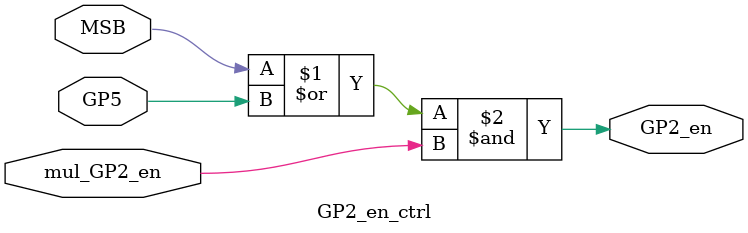
<source format=v>
module GP2_en_ctrl(
	input mul_GP2_en,
	input GP5,
	input MSB,
	output GP2_en
);

assign GP2_en = (MSB|GP5)&mul_GP2_en;

endmodule
</source>
